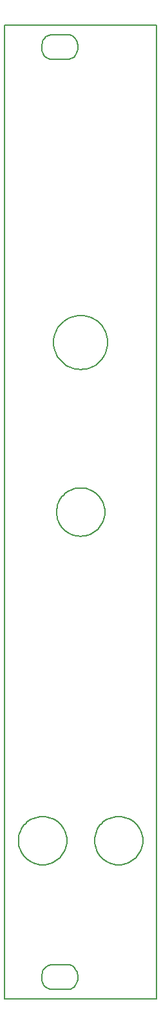
<source format=gm1>
G04 #@! TF.GenerationSoftware,KiCad,Pcbnew,(5.1.10)-1*
G04 #@! TF.CreationDate,2021-10-20T10:58:00-05:00*
G04 #@! TF.ProjectId,Slew Limiter Front Panel,536c6577-204c-4696-9d69-746572204672,1.0*
G04 #@! TF.SameCoordinates,Original*
G04 #@! TF.FileFunction,Profile,NP*
%FSLAX46Y46*%
G04 Gerber Fmt 4.6, Leading zero omitted, Abs format (unit mm)*
G04 Created by KiCad (PCBNEW (5.1.10)-1) date 2021-10-20 10:58:00*
%MOMM*%
%LPD*%
G01*
G04 APERTURE LIST*
G04 #@! TA.AperFunction,Profile*
%ADD10C,0.200000*%
G04 #@! TD*
G04 APERTURE END LIST*
D10*
X10001241Y63999517D02*
X-10001241Y63999517D01*
X10001241Y-63998828D02*
X10001241Y63999517D01*
X-10001241Y-63998828D02*
X10001241Y-63998828D01*
X-10001241Y63999517D02*
X-10001241Y-63998828D01*
X-365761Y25838216D02*
X0Y25856001D01*
X-718819Y25784881D02*
X-365761Y25838216D01*
X-1059173Y25695976D02*
X-718819Y25784881D01*
X-1384303Y25576604D02*
X-1059173Y25695976D01*
X-1696709Y25426742D02*
X-1384303Y25576604D01*
X-1988810Y25248954D02*
X-1696709Y25426742D01*
X-2263126Y25045736D02*
X-1988810Y25248954D01*
X-2514596Y24814613D02*
X-2263126Y25045736D01*
X-2745741Y24563143D02*
X-2514596Y24814613D01*
X-2948937Y24288827D02*
X-2745741Y24563143D01*
X-3126725Y23996726D02*
X-2948937Y24288827D01*
X-3276587Y23684299D02*
X-3126725Y23996726D01*
X-3395981Y23359190D02*
X-3276587Y23684299D01*
X-3484864Y23018814D02*
X-3395981Y23359190D01*
X-3538220Y22665756D02*
X-3484864Y23018814D01*
X-3556006Y22299995D02*
X-3538220Y22665756D01*
X-3538220Y21936774D02*
X-3556006Y22299995D01*
X-3484864Y21583717D02*
X-3538220Y21936774D01*
X-3395981Y21243363D02*
X-3484864Y21583717D01*
X-3276587Y20915712D02*
X-3395981Y21243363D01*
X-3126725Y20605826D02*
X-3276587Y20915712D01*
X-2948937Y20313725D02*
X-3126725Y20605826D01*
X-2745741Y20039409D02*
X-2948937Y20313725D01*
X-2514596Y19785398D02*
X-2745741Y20039409D01*
X-2263126Y19556795D02*
X-2514596Y19785398D01*
X-1988810Y19351058D02*
X-2263126Y19556795D01*
X-1696709Y19173269D02*
X-1988810Y19351058D01*
X-1384303Y19023408D02*
X-1696709Y19173269D01*
X-1059173Y18904014D02*
X-1384303Y19023408D01*
X-718819Y18817671D02*
X-1059173Y18904014D01*
X-365761Y18764315D02*
X-718819Y18817671D01*
X0Y18744010D02*
X-365761Y18764315D01*
X363220Y18764315D02*
X0Y18744010D01*
X716278Y18817671D02*
X363220Y18764315D01*
X1056653Y18904014D02*
X716278Y18817671D01*
X1384303Y19023408D02*
X1056653Y18904014D01*
X1694190Y19173269D02*
X1384303Y19023408D01*
X1986291Y19351058D02*
X1694190Y19173269D01*
X2260607Y19556795D02*
X1986291Y19351058D01*
X2514596Y19785398D02*
X2260607Y19556795D01*
X2743200Y20039409D02*
X2514596Y19785398D01*
X2948937Y20313725D02*
X2743200Y20039409D01*
X3126747Y20605826D02*
X2948937Y20313725D01*
X3276608Y20915712D02*
X3126747Y20605826D01*
X3395981Y21243363D02*
X3276608Y20915712D01*
X3482345Y21583717D02*
X3395981Y21243363D01*
X3538220Y21936774D02*
X3482345Y21583717D01*
X3556006Y22299995D02*
X3538220Y21936774D01*
X3538220Y22665756D02*
X3556006Y22299995D01*
X3482345Y23018814D02*
X3538220Y22665756D01*
X3395981Y23359190D02*
X3482345Y23018814D01*
X3276608Y23684299D02*
X3395981Y23359190D01*
X3126747Y23996726D02*
X3276608Y23684299D01*
X2948937Y24288827D02*
X3126747Y23996726D01*
X2743200Y24563143D02*
X2948937Y24288827D01*
X2514596Y24814613D02*
X2743200Y24563143D01*
X2260607Y25045736D02*
X2514596Y24814613D01*
X1986291Y25248954D02*
X2260607Y25045736D01*
X1694190Y25426742D02*
X1986291Y25248954D01*
X1384303Y25576604D02*
X1694190Y25426742D01*
X1056653Y25695976D02*
X1384303Y25576604D01*
X716278Y25784881D02*
X1056653Y25695976D01*
X363220Y25838216D02*
X716278Y25784881D01*
X0Y25856001D02*
X363220Y25838216D01*
X-5123179Y61137805D02*
X-5123179Y61219066D01*
X-5110476Y60896498D02*
X-5123179Y61137805D01*
X-5069845Y60665353D02*
X-5110476Y60896498D01*
X-5008867Y60449454D02*
X-5069845Y60665353D01*
X-4925065Y60251339D02*
X-5008867Y60449454D01*
X-4820915Y60070988D02*
X-4925065Y60251339D01*
X-4653268Y59865251D02*
X-4820915Y60070988D01*
X-4462776Y59707768D02*
X-4653268Y59865251D01*
X-4246876Y59601099D02*
X-4462776Y59707768D01*
X-4015732Y59552846D02*
X-4246876Y59601099D01*
X-3954775Y59550305D02*
X-4015732Y59552846D01*
X-1541766Y59550305D02*
X-3954775Y59550305D01*
X-1305561Y59583313D02*
X-1541766Y59550305D01*
X-1087121Y59674759D02*
X-1305561Y59583313D01*
X-888985Y59822080D02*
X-1087121Y59674759D01*
X-716278Y60015113D02*
X-888985Y59822080D01*
X-604506Y60187842D02*
X-716278Y60015113D01*
X-515623Y60380875D02*
X-604506Y60187842D01*
X-444503Y60591693D02*
X-515623Y60380875D01*
X-396229Y60817756D02*
X-444503Y60591693D01*
X-375924Y61056522D02*
X-396229Y60817756D01*
X-373383Y61137805D02*
X-375924Y61056522D01*
X-386066Y61379091D02*
X-373383Y61137805D01*
X-426718Y61610235D02*
X-386066Y61379091D01*
X-487674Y61826135D02*
X-426718Y61610235D01*
X-574039Y62026791D02*
X-487674Y61826135D01*
X-678167Y62204601D02*
X-574039Y62026791D01*
X-843273Y62410337D02*
X-678167Y62204601D01*
X-1036306Y62567821D02*
X-843273Y62410337D01*
X-1249665Y62674490D02*
X-1036306Y62567821D01*
X-1480809Y62722764D02*
X-1249665Y62674490D01*
X-1541766Y62725305D02*
X-1480809Y62722764D01*
X-3954775Y62725305D02*
X-1541766Y62725305D01*
X-4191001Y62692275D02*
X-3954775Y62725305D01*
X-4409442Y62600830D02*
X-4191001Y62692275D01*
X-4607556Y62453509D02*
X-4409442Y62600830D01*
X-4780285Y62260476D02*
X-4607556Y62453509D01*
X-4892035Y62087747D02*
X-4780285Y62260476D01*
X-4983481Y61894714D02*
X-4892035Y62087747D01*
X-5052060Y61683896D02*
X-4983481Y61894714D01*
X-5100313Y61457833D02*
X-5052060Y61683896D01*
X-5123179Y61219066D02*
X-5100313Y61457833D01*
X-5325127Y-46359745D02*
X-5640073Y-46311492D01*
X-4999996Y-46374990D02*
X-5325127Y-46359745D01*
X-4674886Y-46359745D02*
X-4999996Y-46374990D01*
X-4359919Y-46311492D02*
X-4674886Y-46359745D01*
X-4057654Y-46232750D02*
X-4359919Y-46311492D01*
X-3765553Y-46126060D02*
X-4057654Y-46232750D01*
X-3486156Y-45993984D02*
X-3765553Y-46126060D01*
X-3224544Y-45833959D02*
X-3486156Y-45993984D01*
X-2980696Y-45651089D02*
X-3224544Y-45833959D01*
X-2754633Y-45445352D02*
X-2980696Y-45651089D01*
X-2551437Y-45221830D02*
X-2754633Y-45445352D01*
X-2368567Y-44975441D02*
X-2551437Y-45221830D01*
X-2208543Y-44713829D02*
X-2368567Y-44975441D01*
X-2073925Y-44436973D02*
X-2208543Y-44713829D01*
X-1967235Y-44144872D02*
X-2073925Y-44436973D01*
X-1891034Y-43840067D02*
X-1967235Y-44144872D01*
X-1842781Y-43525099D02*
X-1891034Y-43840067D01*
X-1824996Y-43199990D02*
X-1842781Y-43525099D01*
X-1842781Y-42877400D02*
X-1824996Y-43199990D01*
X-1891034Y-42559912D02*
X-1842781Y-42877400D01*
X-1967235Y-42257648D02*
X-1891034Y-42559912D01*
X-2073925Y-41965547D02*
X-1967235Y-42257648D01*
X-2208543Y-41688691D02*
X-2073925Y-41965547D01*
X-2368567Y-41427057D02*
X-2208543Y-41688691D01*
X-2551437Y-41180690D02*
X-2368567Y-41427057D01*
X-2754633Y-40957168D02*
X-2551437Y-41180690D01*
X-2980696Y-40751431D02*
X-2754633Y-40957168D01*
X-3224544Y-40568540D02*
X-2980696Y-40751431D01*
X-3486156Y-40408536D02*
X-3224544Y-40568540D01*
X-3765553Y-40276439D02*
X-3486156Y-40408536D01*
X-4057654Y-40169770D02*
X-3765553Y-40276439D01*
X-4359919Y-40091028D02*
X-4057654Y-40169770D01*
X-4674886Y-40042775D02*
X-4359919Y-40091028D01*
X-4999996Y-40024990D02*
X-4674886Y-40042775D01*
X-5325127Y-40042775D02*
X-4999996Y-40024990D01*
X-5640073Y-40091028D02*
X-5325127Y-40042775D01*
X-5944878Y-40169770D02*
X-5640073Y-40091028D01*
X-6236979Y-40276439D02*
X-5944878Y-40169770D01*
X-6513835Y-40408536D02*
X-6236979Y-40276439D01*
X-6775469Y-40568540D02*
X-6513835Y-40408536D01*
X-7019295Y-40751431D02*
X-6775469Y-40568540D01*
X-7245358Y-40957168D02*
X-7019295Y-40751431D01*
X-7451095Y-41180690D02*
X-7245358Y-40957168D01*
X-7633987Y-41427057D02*
X-7451095Y-41180690D01*
X-7791449Y-41688691D02*
X-7633987Y-41427057D01*
X-7926088Y-41965547D02*
X-7791449Y-41688691D01*
X-8032756Y-42257648D02*
X-7926088Y-41965547D01*
X-8111498Y-42559912D02*
X-8032756Y-42257648D01*
X-8159751Y-42877400D02*
X-8111498Y-42559912D01*
X-8174996Y-43199990D02*
X-8159751Y-42877400D01*
X-8159751Y-43525099D02*
X-8174996Y-43199990D01*
X-8111498Y-43840067D02*
X-8159751Y-43525099D01*
X-8032756Y-44144872D02*
X-8111498Y-43840067D01*
X-7926088Y-44436973D02*
X-8032756Y-44144872D01*
X-7791449Y-44713829D02*
X-7926088Y-44436973D01*
X-7633987Y-44975441D02*
X-7791449Y-44713829D01*
X-7451095Y-45221830D02*
X-7633987Y-44975441D01*
X-7245358Y-45445352D02*
X-7451095Y-45221830D01*
X-7019295Y-45651089D02*
X-7245358Y-45445352D01*
X-6775469Y-45833959D02*
X-7019295Y-45651089D01*
X-6513835Y-45993984D02*
X-6775469Y-45833959D01*
X-6236979Y-46126060D02*
X-6513835Y-45993984D01*
X-5944878Y-46232750D02*
X-6236979Y-46126060D01*
X-5640073Y-46311492D02*
X-5944878Y-46232750D01*
X-373383Y-61137784D02*
X-375924Y-61219066D01*
X-386066Y-60896498D02*
X-373383Y-61137784D01*
X-426718Y-60665353D02*
X-386066Y-60896498D01*
X-487674Y-60449454D02*
X-426718Y-60665353D01*
X-574039Y-60248798D02*
X-487674Y-60449454D01*
X-678167Y-60070988D02*
X-574039Y-60248798D01*
X-843273Y-59865251D02*
X-678167Y-60070988D01*
X-1036306Y-59707768D02*
X-843273Y-59865251D01*
X-1249665Y-59601099D02*
X-1036306Y-59707768D01*
X-1480809Y-59552824D02*
X-1249665Y-59601099D01*
X-1541766Y-59550284D02*
X-1480809Y-59552824D01*
X-3954775Y-59550284D02*
X-1541766Y-59550284D01*
X-4191001Y-59583313D02*
X-3954775Y-59550284D01*
X-4409442Y-59674759D02*
X-4191001Y-59583313D01*
X-4607556Y-59822080D02*
X-4409442Y-59674759D01*
X-4780285Y-60015113D02*
X-4607556Y-59822080D01*
X-4892035Y-60187842D02*
X-4780285Y-60015113D01*
X-4983481Y-60380875D02*
X-4892035Y-60187842D01*
X-5052060Y-60591693D02*
X-4983481Y-60380875D01*
X-5100313Y-60817756D02*
X-5052060Y-60591693D01*
X-5123179Y-61056522D02*
X-5100313Y-60817756D01*
X-5123179Y-61137784D02*
X-5123179Y-61056522D01*
X-5110476Y-61379091D02*
X-5123179Y-61137784D01*
X-5069845Y-61610235D02*
X-5110476Y-61379091D01*
X-5008867Y-61826135D02*
X-5069845Y-61610235D01*
X-4925065Y-62024250D02*
X-5008867Y-61826135D01*
X-4820915Y-62204601D02*
X-4925065Y-62024250D01*
X-4653268Y-62410337D02*
X-4820915Y-62204601D01*
X-4462776Y-62567821D02*
X-4653268Y-62410337D01*
X-4246876Y-62674490D02*
X-4462776Y-62567821D01*
X-4015732Y-62722743D02*
X-4246876Y-62674490D01*
X-3954775Y-62725284D02*
X-4015732Y-62722743D01*
X-1541766Y-62725284D02*
X-3954775Y-62725284D01*
X-1305561Y-62692275D02*
X-1541766Y-62725284D01*
X-1087121Y-62600830D02*
X-1305561Y-62692275D01*
X-888985Y-62453509D02*
X-1087121Y-62600830D01*
X-716278Y-62260476D02*
X-888985Y-62453509D01*
X-604506Y-62087747D02*
X-716278Y-62260476D01*
X-515623Y-61894714D02*
X-604506Y-62087747D01*
X-444503Y-61683896D02*
X-515623Y-61894714D01*
X-396229Y-61457833D02*
X-444503Y-61683896D01*
X-375924Y-61219066D02*
X-396229Y-61457833D01*
X1775473Y-2633990D02*
X1513839Y-2791474D01*
X2019299Y-2451099D02*
X1775473Y-2633990D01*
X2245362Y-2245362D02*
X2019299Y-2451099D01*
X2448558Y-2019299D02*
X2245362Y-2245362D01*
X2631450Y-1775473D02*
X2448558Y-2019299D01*
X2791453Y-1513839D02*
X2631450Y-1775473D01*
X2926091Y-1236983D02*
X2791453Y-1513839D01*
X3032760Y-944882D02*
X2926091Y-1236983D01*
X3108961Y-640077D02*
X3032760Y-944882D01*
X3157214Y-325130D02*
X3108961Y-640077D01*
X3174999Y0D02*
X3157214Y-325130D01*
X3157214Y325109D02*
X3174999Y0D01*
X3108961Y640077D02*
X3157214Y325109D01*
X3032760Y942341D02*
X3108961Y640077D01*
X2926091Y1234442D02*
X3032760Y942341D01*
X2791453Y1513839D02*
X2926091Y1234442D01*
X2631450Y1775451D02*
X2791453Y1513839D01*
X2448558Y2019299D02*
X2631450Y1775451D01*
X2245362Y2245362D02*
X2448558Y2019299D01*
X2019299Y2448558D02*
X2245362Y2245362D01*
X1775473Y2631428D02*
X2019299Y2448558D01*
X1513839Y2791453D02*
X1775473Y2631428D01*
X1234442Y2923529D02*
X1513839Y2791453D01*
X942341Y3032760D02*
X1234442Y2923529D01*
X640077Y3108961D02*
X942341Y3032760D01*
X322590Y3157214D02*
X640077Y3108961D01*
X0Y3174999D02*
X322590Y3157214D01*
X-325109Y3157214D02*
X0Y3174999D01*
X-640077Y3108961D02*
X-325109Y3157214D01*
X-944882Y3032760D02*
X-640077Y3108961D01*
X-1236983Y2923529D02*
X-944882Y3032760D01*
X-1513839Y2791453D02*
X-1236983Y2923529D01*
X-1775451Y2631428D02*
X-1513839Y2791453D01*
X-2019299Y2448558D02*
X-1775451Y2631428D01*
X-2245362Y2245362D02*
X-2019299Y2448558D01*
X-2451099Y2019299D02*
X-2245362Y2245362D01*
X-2633969Y1775451D02*
X-2451099Y2019299D01*
X-2791453Y1513839D02*
X-2633969Y1775451D01*
X-2926070Y1234442D02*
X-2791453Y1513839D01*
X-3032760Y942341D02*
X-2926070Y1234442D01*
X-3111502Y640077D02*
X-3032760Y942341D01*
X-3159755Y325109D02*
X-3111502Y640077D01*
X-3174999Y0D02*
X-3159755Y325109D01*
X-3159755Y-325130D02*
X-3174999Y0D01*
X-3111502Y-640077D02*
X-3159755Y-325130D01*
X-3032760Y-944882D02*
X-3111502Y-640077D01*
X-2926070Y-1236983D02*
X-3032760Y-944882D01*
X-2791453Y-1513839D02*
X-2926070Y-1236983D01*
X-2633969Y-1775473D02*
X-2791453Y-1513839D01*
X-2451099Y-2019299D02*
X-2633969Y-1775473D01*
X-2245362Y-2245362D02*
X-2451099Y-2019299D01*
X-2019299Y-2451099D02*
X-2245362Y-2245362D01*
X-1775451Y-2633990D02*
X-2019299Y-2451099D01*
X-1513839Y-2791474D02*
X-1775451Y-2633990D01*
X-1236983Y-2926091D02*
X-1513839Y-2791474D01*
X-944882Y-3032760D02*
X-1236983Y-2926091D01*
X-640077Y-3111502D02*
X-944882Y-3032760D01*
X-325109Y-3159755D02*
X-640077Y-3111502D01*
X0Y-3174999D02*
X-325109Y-3159755D01*
X322590Y-3159755D02*
X0Y-3174999D01*
X640077Y-3111502D02*
X322590Y-3159755D01*
X942341Y-3032760D02*
X640077Y-3111502D01*
X1234442Y-2926091D02*
X942341Y-3032760D01*
X1513839Y-2791474D02*
X1234442Y-2926091D01*
X8174996Y-43199990D02*
X8157210Y-43525099D01*
X8157210Y-42877400D02*
X8174996Y-43199990D01*
X8108958Y-42559912D02*
X8157210Y-42877400D01*
X8032756Y-42257648D02*
X8108958Y-42559912D01*
X7926066Y-41965547D02*
X8032756Y-42257648D01*
X7791449Y-41688691D02*
X7926066Y-41965547D01*
X7631424Y-41427057D02*
X7791449Y-41688691D01*
X7448554Y-41180690D02*
X7631424Y-41427057D01*
X7245358Y-40957168D02*
X7448554Y-41180690D01*
X7019295Y-40751431D02*
X7245358Y-40957168D01*
X6775447Y-40568540D02*
X7019295Y-40751431D01*
X6513835Y-40408536D02*
X6775447Y-40568540D01*
X6234438Y-40276439D02*
X6513835Y-40408536D01*
X5942337Y-40169770D02*
X6234438Y-40276439D01*
X5640073Y-40091028D02*
X5942337Y-40169770D01*
X5325105Y-40042775D02*
X5640073Y-40091028D01*
X4999996Y-40024990D02*
X5325105Y-40042775D01*
X4674865Y-40042775D02*
X4999996Y-40024990D01*
X4359919Y-40091028D02*
X4674865Y-40042775D01*
X4055114Y-40169770D02*
X4359919Y-40091028D01*
X3763013Y-40276439D02*
X4055114Y-40169770D01*
X3486156Y-40408536D02*
X3763013Y-40276439D01*
X3224523Y-40568540D02*
X3486156Y-40408536D01*
X2980696Y-40751431D02*
X3224523Y-40568540D01*
X2754633Y-40957168D02*
X2980696Y-40751431D01*
X2548896Y-41180690D02*
X2754633Y-40957168D01*
X2366005Y-41427057D02*
X2548896Y-41180690D01*
X2208543Y-41688691D02*
X2366005Y-41427057D01*
X2073904Y-41965547D02*
X2208543Y-41688691D01*
X1967235Y-42257648D02*
X2073904Y-41965547D01*
X1888493Y-42559912D02*
X1967235Y-42257648D01*
X1840240Y-42877400D02*
X1888493Y-42559912D01*
X1824996Y-43199990D02*
X1840240Y-42877400D01*
X1840240Y-43525099D02*
X1824996Y-43199990D01*
X1888493Y-43840067D02*
X1840240Y-43525099D01*
X1967235Y-44144872D02*
X1888493Y-43840067D01*
X2073904Y-44436973D02*
X1967235Y-44144872D01*
X2208543Y-44713829D02*
X2073904Y-44436973D01*
X2366005Y-44975441D02*
X2208543Y-44713829D01*
X2548896Y-45221830D02*
X2366005Y-44975441D01*
X2754633Y-45445352D02*
X2548896Y-45221830D01*
X2980696Y-45651089D02*
X2754633Y-45445352D01*
X3224523Y-45833959D02*
X2980696Y-45651089D01*
X3486156Y-45993984D02*
X3224523Y-45833959D01*
X3763013Y-46126060D02*
X3486156Y-45993984D01*
X4055114Y-46232750D02*
X3763013Y-46126060D01*
X4359919Y-46311492D02*
X4055114Y-46232750D01*
X4674865Y-46359745D02*
X4359919Y-46311492D01*
X4999996Y-46374990D02*
X4674865Y-46359745D01*
X5325105Y-46359745D02*
X4999996Y-46374990D01*
X5640073Y-46311492D02*
X5325105Y-46359745D01*
X5942337Y-46232750D02*
X5640073Y-46311492D01*
X6234438Y-46126060D02*
X5942337Y-46232750D01*
X6513835Y-45993984D02*
X6234438Y-46126060D01*
X6775447Y-45833959D02*
X6513835Y-45993984D01*
X7019295Y-45651089D02*
X6775447Y-45833959D01*
X7245358Y-45445352D02*
X7019295Y-45651089D01*
X7448554Y-45221830D02*
X7245358Y-45445352D01*
X7631424Y-44975441D02*
X7448554Y-45221830D01*
X7791449Y-44713829D02*
X7631424Y-44975441D01*
X7926066Y-44436973D02*
X7791449Y-44713829D01*
X8032756Y-44144872D02*
X7926066Y-44436973D01*
X8108958Y-43840067D02*
X8032756Y-44144872D01*
X8157210Y-43525099D02*
X8108958Y-43840067D01*
M02*

</source>
